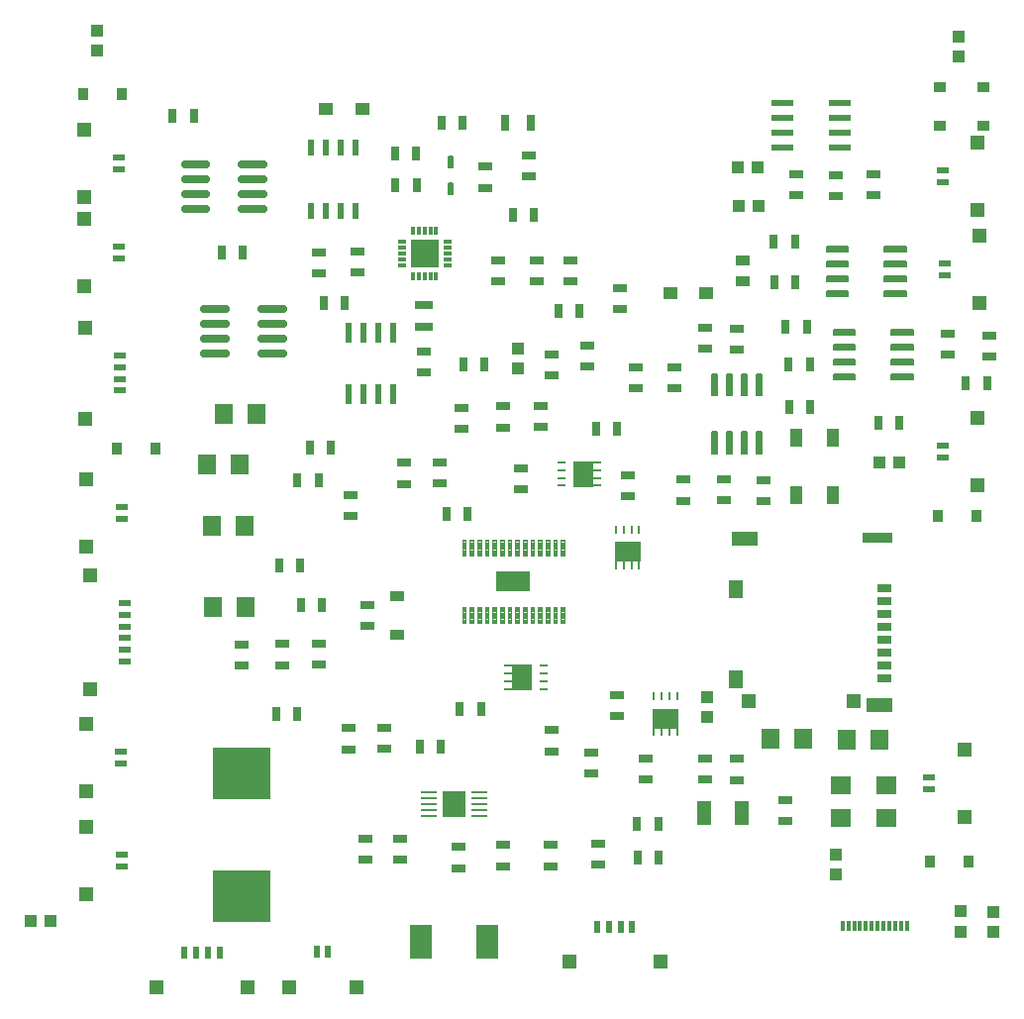
<source format=gbr>
G04 EAGLE Gerber RS-274X export*
G75*
%MOMM*%
%FSLAX34Y34*%
%LPD*%
%INSolderpaste Top*%
%IPPOS*%
%AMOC8*
5,1,8,0,0,1.08239X$1,22.5*%
G01*
%ADD10R,1.200000X0.800000*%
%ADD11R,0.800000X1.200000*%
%ADD12R,1.100000X1.000000*%
%ADD13R,1.600000X1.800000*%
%ADD14R,1.800000X1.600000*%
%ADD15R,1.200000X2.000000*%
%ADD16R,0.812800X1.041400*%
%ADD17R,1.041400X0.812800*%
%ADD18R,1.000000X1.500000*%
%ADD19R,1.220000X0.910000*%
%ADD20R,1.000000X0.550000*%
%ADD21R,1.300000X1.260000*%
%ADD22R,1.240000X0.800000*%
%ADD23R,2.500000X0.950000*%
%ADD24R,2.200000X1.150000*%
%ADD25R,1.250000X1.160000*%
%ADD26R,1.200000X1.160000*%
%ADD27R,1.150000X1.500000*%
%ADD28R,5.000000X4.500000*%
%ADD29R,0.635000X0.254000*%
%ADD30R,1.701800X2.260600*%
%ADD31R,0.254000X0.635000*%
%ADD32R,2.260600X1.701800*%
%ADD33R,1.000000X1.100000*%
%ADD34R,3.000000X1.730000*%
%ADD35C,0.102500*%
%ADD36C,0.700000*%
%ADD37R,1.397000X0.279400*%
%ADD38R,0.350000X0.890000*%
%ADD39R,0.550000X1.000000*%
%ADD40R,1.260000X1.300000*%
%ADD41R,1.981200X0.558800*%
%ADD42R,1.955800X2.997200*%
%ADD43R,0.990600X0.558800*%
%ADD44R,1.270000X1.295400*%
%ADD45R,0.787400X0.304800*%
%ADD46R,0.304800X0.787400*%
%ADD47R,2.438400X2.438400*%
%ADD48R,1.524000X0.711200*%
%ADD49R,0.558800X1.651000*%
%ADD50C,0.130000*%
%ADD51R,0.711200X1.447800*%
%ADD52R,0.558800X1.460500*%
%ADD53R,1.143000X1.092200*%
%ADD54C,0.150000*%

G36*
X403354Y192280D02*
X403354Y192280D01*
X403356Y192279D01*
X403399Y192299D01*
X403443Y192317D01*
X403443Y192319D01*
X403445Y192320D01*
X403478Y192405D01*
X403478Y213995D01*
X403478Y213996D01*
X403478Y213998D01*
X403478Y213999D01*
X403458Y214042D01*
X403440Y214086D01*
X403438Y214086D01*
X403437Y214088D01*
X403352Y214121D01*
X384048Y214121D01*
X384046Y214120D01*
X384044Y214121D01*
X384001Y214101D01*
X383957Y214083D01*
X383957Y214081D01*
X383955Y214080D01*
X383922Y213995D01*
X383922Y192405D01*
X383923Y192403D01*
X383922Y192401D01*
X383942Y192358D01*
X383960Y192314D01*
X383962Y192314D01*
X383963Y192312D01*
X384048Y192279D01*
X403352Y192279D01*
X403354Y192280D01*
G37*
D10*
X399796Y524146D03*
X399796Y542146D03*
D11*
X550816Y157226D03*
X568816Y157226D03*
D10*
X317706Y173378D03*
X317706Y155378D03*
X435610Y525162D03*
X435610Y543162D03*
X542798Y484488D03*
X542798Y466488D03*
D11*
X288494Y507854D03*
X270494Y507854D03*
D10*
X381508Y477156D03*
X381508Y495156D03*
X334010Y268334D03*
X334010Y250334D03*
X533146Y278274D03*
X533146Y296274D03*
X303276Y268080D03*
X303276Y250080D03*
X468122Y525670D03*
X468122Y543670D03*
D11*
X515256Y524256D03*
X533256Y524256D03*
X398892Y284226D03*
X416892Y284226D03*
X405240Y451612D03*
X387240Y451612D03*
D10*
X319436Y355490D03*
X319436Y373490D03*
X278638Y340216D03*
X278638Y322216D03*
X212598Y321454D03*
X212598Y339454D03*
D11*
X153158Y791824D03*
X171158Y791824D03*
D12*
X774712Y495132D03*
X757712Y495132D03*
D13*
X225328Y537210D03*
X197328Y537210D03*
X210850Y493268D03*
X182850Y493268D03*
X214914Y440944D03*
X186914Y440944D03*
X187422Y371856D03*
X215422Y371856D03*
D14*
X724690Y219068D03*
X724690Y191068D03*
X763434Y219522D03*
X763434Y191522D03*
D13*
X729204Y258064D03*
X757204Y258064D03*
X692180Y258826D03*
X664180Y258826D03*
D10*
X436008Y168102D03*
X436008Y150102D03*
D15*
X607874Y195678D03*
X639874Y195678D03*
D10*
X517324Y151418D03*
X517324Y169418D03*
D11*
X382380Y252476D03*
X364380Y252476D03*
D10*
X608402Y242214D03*
X608402Y224214D03*
D16*
X76546Y810270D03*
X109566Y810270D03*
X105918Y507492D03*
X138938Y507492D03*
X833628Y154432D03*
X800608Y154432D03*
X840832Y449552D03*
X807812Y449552D03*
D17*
X808700Y816010D03*
X808700Y782990D03*
X846400Y816110D03*
X846400Y783090D03*
D18*
X718034Y516758D03*
X718034Y467758D03*
X686034Y516758D03*
X686034Y467758D03*
D19*
X344942Y381011D03*
X344942Y348261D03*
D20*
X107184Y755936D03*
X107184Y745936D03*
D21*
X77284Y779686D03*
X77284Y722136D03*
D20*
X109462Y457400D03*
X109462Y447400D03*
D21*
X79562Y481150D03*
X79562Y423600D03*
D22*
X762017Y387907D03*
X762017Y376907D03*
X762017Y365907D03*
X762017Y354907D03*
X762017Y343907D03*
X762017Y332907D03*
X762017Y321907D03*
X762017Y310907D03*
D23*
X755717Y431357D03*
D24*
X757217Y287457D03*
D25*
X735717Y291507D03*
D26*
X645717Y291507D03*
D24*
X642417Y430357D03*
D27*
X634467Y387307D03*
X634467Y309507D03*
D20*
X109414Y160204D03*
X109414Y150204D03*
D21*
X79514Y183954D03*
X79514Y126404D03*
D20*
X800100Y215900D03*
X800100Y225900D03*
D21*
X830000Y192150D03*
X830000Y249700D03*
D20*
X811700Y499900D03*
X811700Y509900D03*
D21*
X841600Y476150D03*
X841600Y533700D03*
D20*
X811700Y735200D03*
X811700Y745200D03*
D21*
X841600Y711450D03*
X841600Y769000D03*
D20*
X108200Y586732D03*
X108200Y576732D03*
X108200Y566732D03*
X108200Y556732D03*
D21*
X78300Y610482D03*
X78300Y532932D03*
D28*
X211808Y229682D03*
X211808Y124682D03*
D29*
X485648Y488950D03*
X485648Y482092D03*
X485648Y495300D03*
X485648Y475488D03*
X516128Y488696D03*
X516128Y482092D03*
X516128Y495300D03*
X516128Y475488D03*
D30*
X504698Y485394D03*
D31*
X545788Y437796D03*
X538930Y437796D03*
X552138Y437796D03*
X532326Y437796D03*
X545534Y407316D03*
X538930Y407316D03*
X552138Y407316D03*
X532326Y407316D03*
D32*
X542232Y418746D03*
D31*
X578152Y295102D03*
X571294Y295102D03*
X584502Y295102D03*
X564690Y295102D03*
X577898Y264622D03*
X571294Y264622D03*
X584502Y264622D03*
X564690Y264622D03*
D32*
X574596Y276052D03*
D29*
X470662Y308102D03*
X470662Y314960D03*
X470662Y301752D03*
X470662Y321564D03*
X440182Y308356D03*
X440182Y314960D03*
X440182Y301752D03*
X440182Y321564D03*
D30*
X451612Y311658D03*
D10*
X451104Y472584D03*
X451104Y490584D03*
X305054Y449216D03*
X305054Y467216D03*
D11*
X244492Y407416D03*
X262492Y407416D03*
X263034Y373126D03*
X281034Y373126D03*
D10*
X246888Y321962D03*
X246888Y339962D03*
X557298Y224472D03*
X557298Y242472D03*
D11*
X241444Y280670D03*
X259444Y280670D03*
D10*
X477266Y266302D03*
X477266Y248302D03*
D33*
X609958Y294592D03*
X609958Y277592D03*
D10*
X635376Y241860D03*
X635376Y223860D03*
X677234Y188552D03*
X677234Y206552D03*
D33*
X719884Y159902D03*
X719884Y142902D03*
X827278Y111370D03*
X827278Y94370D03*
D10*
X511158Y247452D03*
X511158Y229452D03*
X351282Y476902D03*
X351282Y494902D03*
X347946Y155608D03*
X347946Y173608D03*
D11*
X550308Y185928D03*
X568308Y185928D03*
D10*
X476342Y168180D03*
X476342Y150180D03*
X397540Y148502D03*
X397540Y166502D03*
D12*
X48971Y103547D03*
X31971Y103547D03*
D33*
X855218Y110862D03*
X855218Y93862D03*
X825500Y842400D03*
X825500Y859400D03*
X88646Y847226D03*
X88646Y864226D03*
D34*
X444500Y393700D03*
D35*
X485212Y415462D02*
X485212Y429238D01*
X488288Y429238D01*
X488288Y415462D01*
X485212Y415462D01*
X485212Y416436D02*
X488288Y416436D01*
X488288Y417410D02*
X485212Y417410D01*
X485212Y418384D02*
X488288Y418384D01*
X488288Y419358D02*
X485212Y419358D01*
X485212Y420332D02*
X488288Y420332D01*
X488288Y421306D02*
X485212Y421306D01*
X485212Y422280D02*
X488288Y422280D01*
X488288Y423254D02*
X485212Y423254D01*
X485212Y424228D02*
X488288Y424228D01*
X488288Y425202D02*
X485212Y425202D01*
X485212Y426176D02*
X488288Y426176D01*
X488288Y427150D02*
X485212Y427150D01*
X485212Y428124D02*
X488288Y428124D01*
X488288Y429098D02*
X485212Y429098D01*
X478712Y429238D02*
X478712Y415462D01*
X478712Y429238D02*
X481788Y429238D01*
X481788Y415462D01*
X478712Y415462D01*
X478712Y416436D02*
X481788Y416436D01*
X481788Y417410D02*
X478712Y417410D01*
X478712Y418384D02*
X481788Y418384D01*
X481788Y419358D02*
X478712Y419358D01*
X478712Y420332D02*
X481788Y420332D01*
X481788Y421306D02*
X478712Y421306D01*
X478712Y422280D02*
X481788Y422280D01*
X481788Y423254D02*
X478712Y423254D01*
X478712Y424228D02*
X481788Y424228D01*
X481788Y425202D02*
X478712Y425202D01*
X478712Y426176D02*
X481788Y426176D01*
X481788Y427150D02*
X478712Y427150D01*
X478712Y428124D02*
X481788Y428124D01*
X481788Y429098D02*
X478712Y429098D01*
X472212Y429238D02*
X472212Y415462D01*
X472212Y429238D02*
X475288Y429238D01*
X475288Y415462D01*
X472212Y415462D01*
X472212Y416436D02*
X475288Y416436D01*
X475288Y417410D02*
X472212Y417410D01*
X472212Y418384D02*
X475288Y418384D01*
X475288Y419358D02*
X472212Y419358D01*
X472212Y420332D02*
X475288Y420332D01*
X475288Y421306D02*
X472212Y421306D01*
X472212Y422280D02*
X475288Y422280D01*
X475288Y423254D02*
X472212Y423254D01*
X472212Y424228D02*
X475288Y424228D01*
X475288Y425202D02*
X472212Y425202D01*
X472212Y426176D02*
X475288Y426176D01*
X475288Y427150D02*
X472212Y427150D01*
X472212Y428124D02*
X475288Y428124D01*
X475288Y429098D02*
X472212Y429098D01*
X465712Y429238D02*
X465712Y415462D01*
X465712Y429238D02*
X468788Y429238D01*
X468788Y415462D01*
X465712Y415462D01*
X465712Y416436D02*
X468788Y416436D01*
X468788Y417410D02*
X465712Y417410D01*
X465712Y418384D02*
X468788Y418384D01*
X468788Y419358D02*
X465712Y419358D01*
X465712Y420332D02*
X468788Y420332D01*
X468788Y421306D02*
X465712Y421306D01*
X465712Y422280D02*
X468788Y422280D01*
X468788Y423254D02*
X465712Y423254D01*
X465712Y424228D02*
X468788Y424228D01*
X468788Y425202D02*
X465712Y425202D01*
X465712Y426176D02*
X468788Y426176D01*
X468788Y427150D02*
X465712Y427150D01*
X465712Y428124D02*
X468788Y428124D01*
X468788Y429098D02*
X465712Y429098D01*
X459212Y429238D02*
X459212Y415462D01*
X459212Y429238D02*
X462288Y429238D01*
X462288Y415462D01*
X459212Y415462D01*
X459212Y416436D02*
X462288Y416436D01*
X462288Y417410D02*
X459212Y417410D01*
X459212Y418384D02*
X462288Y418384D01*
X462288Y419358D02*
X459212Y419358D01*
X459212Y420332D02*
X462288Y420332D01*
X462288Y421306D02*
X459212Y421306D01*
X459212Y422280D02*
X462288Y422280D01*
X462288Y423254D02*
X459212Y423254D01*
X459212Y424228D02*
X462288Y424228D01*
X462288Y425202D02*
X459212Y425202D01*
X459212Y426176D02*
X462288Y426176D01*
X462288Y427150D02*
X459212Y427150D01*
X459212Y428124D02*
X462288Y428124D01*
X462288Y429098D02*
X459212Y429098D01*
X452712Y429238D02*
X452712Y415462D01*
X452712Y429238D02*
X455788Y429238D01*
X455788Y415462D01*
X452712Y415462D01*
X452712Y416436D02*
X455788Y416436D01*
X455788Y417410D02*
X452712Y417410D01*
X452712Y418384D02*
X455788Y418384D01*
X455788Y419358D02*
X452712Y419358D01*
X452712Y420332D02*
X455788Y420332D01*
X455788Y421306D02*
X452712Y421306D01*
X452712Y422280D02*
X455788Y422280D01*
X455788Y423254D02*
X452712Y423254D01*
X452712Y424228D02*
X455788Y424228D01*
X455788Y425202D02*
X452712Y425202D01*
X452712Y426176D02*
X455788Y426176D01*
X455788Y427150D02*
X452712Y427150D01*
X452712Y428124D02*
X455788Y428124D01*
X455788Y429098D02*
X452712Y429098D01*
X446212Y429238D02*
X446212Y415462D01*
X446212Y429238D02*
X449288Y429238D01*
X449288Y415462D01*
X446212Y415462D01*
X446212Y416436D02*
X449288Y416436D01*
X449288Y417410D02*
X446212Y417410D01*
X446212Y418384D02*
X449288Y418384D01*
X449288Y419358D02*
X446212Y419358D01*
X446212Y420332D02*
X449288Y420332D01*
X449288Y421306D02*
X446212Y421306D01*
X446212Y422280D02*
X449288Y422280D01*
X449288Y423254D02*
X446212Y423254D01*
X446212Y424228D02*
X449288Y424228D01*
X449288Y425202D02*
X446212Y425202D01*
X446212Y426176D02*
X449288Y426176D01*
X449288Y427150D02*
X446212Y427150D01*
X446212Y428124D02*
X449288Y428124D01*
X449288Y429098D02*
X446212Y429098D01*
X439712Y429238D02*
X439712Y415462D01*
X439712Y429238D02*
X442788Y429238D01*
X442788Y415462D01*
X439712Y415462D01*
X439712Y416436D02*
X442788Y416436D01*
X442788Y417410D02*
X439712Y417410D01*
X439712Y418384D02*
X442788Y418384D01*
X442788Y419358D02*
X439712Y419358D01*
X439712Y420332D02*
X442788Y420332D01*
X442788Y421306D02*
X439712Y421306D01*
X439712Y422280D02*
X442788Y422280D01*
X442788Y423254D02*
X439712Y423254D01*
X439712Y424228D02*
X442788Y424228D01*
X442788Y425202D02*
X439712Y425202D01*
X439712Y426176D02*
X442788Y426176D01*
X442788Y427150D02*
X439712Y427150D01*
X439712Y428124D02*
X442788Y428124D01*
X442788Y429098D02*
X439712Y429098D01*
X433212Y429238D02*
X433212Y415462D01*
X433212Y429238D02*
X436288Y429238D01*
X436288Y415462D01*
X433212Y415462D01*
X433212Y416436D02*
X436288Y416436D01*
X436288Y417410D02*
X433212Y417410D01*
X433212Y418384D02*
X436288Y418384D01*
X436288Y419358D02*
X433212Y419358D01*
X433212Y420332D02*
X436288Y420332D01*
X436288Y421306D02*
X433212Y421306D01*
X433212Y422280D02*
X436288Y422280D01*
X436288Y423254D02*
X433212Y423254D01*
X433212Y424228D02*
X436288Y424228D01*
X436288Y425202D02*
X433212Y425202D01*
X433212Y426176D02*
X436288Y426176D01*
X436288Y427150D02*
X433212Y427150D01*
X433212Y428124D02*
X436288Y428124D01*
X436288Y429098D02*
X433212Y429098D01*
X426712Y429238D02*
X426712Y415462D01*
X426712Y429238D02*
X429788Y429238D01*
X429788Y415462D01*
X426712Y415462D01*
X426712Y416436D02*
X429788Y416436D01*
X429788Y417410D02*
X426712Y417410D01*
X426712Y418384D02*
X429788Y418384D01*
X429788Y419358D02*
X426712Y419358D01*
X426712Y420332D02*
X429788Y420332D01*
X429788Y421306D02*
X426712Y421306D01*
X426712Y422280D02*
X429788Y422280D01*
X429788Y423254D02*
X426712Y423254D01*
X426712Y424228D02*
X429788Y424228D01*
X429788Y425202D02*
X426712Y425202D01*
X426712Y426176D02*
X429788Y426176D01*
X429788Y427150D02*
X426712Y427150D01*
X426712Y428124D02*
X429788Y428124D01*
X429788Y429098D02*
X426712Y429098D01*
X420212Y429238D02*
X420212Y415462D01*
X420212Y429238D02*
X423288Y429238D01*
X423288Y415462D01*
X420212Y415462D01*
X420212Y416436D02*
X423288Y416436D01*
X423288Y417410D02*
X420212Y417410D01*
X420212Y418384D02*
X423288Y418384D01*
X423288Y419358D02*
X420212Y419358D01*
X420212Y420332D02*
X423288Y420332D01*
X423288Y421306D02*
X420212Y421306D01*
X420212Y422280D02*
X423288Y422280D01*
X423288Y423254D02*
X420212Y423254D01*
X420212Y424228D02*
X423288Y424228D01*
X423288Y425202D02*
X420212Y425202D01*
X420212Y426176D02*
X423288Y426176D01*
X423288Y427150D02*
X420212Y427150D01*
X420212Y428124D02*
X423288Y428124D01*
X423288Y429098D02*
X420212Y429098D01*
X413712Y429238D02*
X413712Y415462D01*
X413712Y429238D02*
X416788Y429238D01*
X416788Y415462D01*
X413712Y415462D01*
X413712Y416436D02*
X416788Y416436D01*
X416788Y417410D02*
X413712Y417410D01*
X413712Y418384D02*
X416788Y418384D01*
X416788Y419358D02*
X413712Y419358D01*
X413712Y420332D02*
X416788Y420332D01*
X416788Y421306D02*
X413712Y421306D01*
X413712Y422280D02*
X416788Y422280D01*
X416788Y423254D02*
X413712Y423254D01*
X413712Y424228D02*
X416788Y424228D01*
X416788Y425202D02*
X413712Y425202D01*
X413712Y426176D02*
X416788Y426176D01*
X416788Y427150D02*
X413712Y427150D01*
X413712Y428124D02*
X416788Y428124D01*
X416788Y429098D02*
X413712Y429098D01*
X407212Y429238D02*
X407212Y415462D01*
X407212Y429238D02*
X410288Y429238D01*
X410288Y415462D01*
X407212Y415462D01*
X407212Y416436D02*
X410288Y416436D01*
X410288Y417410D02*
X407212Y417410D01*
X407212Y418384D02*
X410288Y418384D01*
X410288Y419358D02*
X407212Y419358D01*
X407212Y420332D02*
X410288Y420332D01*
X410288Y421306D02*
X407212Y421306D01*
X407212Y422280D02*
X410288Y422280D01*
X410288Y423254D02*
X407212Y423254D01*
X407212Y424228D02*
X410288Y424228D01*
X410288Y425202D02*
X407212Y425202D01*
X407212Y426176D02*
X410288Y426176D01*
X410288Y427150D02*
X407212Y427150D01*
X407212Y428124D02*
X410288Y428124D01*
X410288Y429098D02*
X407212Y429098D01*
X400712Y429238D02*
X400712Y415462D01*
X400712Y429238D02*
X403788Y429238D01*
X403788Y415462D01*
X400712Y415462D01*
X400712Y416436D02*
X403788Y416436D01*
X403788Y417410D02*
X400712Y417410D01*
X400712Y418384D02*
X403788Y418384D01*
X403788Y419358D02*
X400712Y419358D01*
X400712Y420332D02*
X403788Y420332D01*
X403788Y421306D02*
X400712Y421306D01*
X400712Y422280D02*
X403788Y422280D01*
X403788Y423254D02*
X400712Y423254D01*
X400712Y424228D02*
X403788Y424228D01*
X403788Y425202D02*
X400712Y425202D01*
X400712Y426176D02*
X403788Y426176D01*
X403788Y427150D02*
X400712Y427150D01*
X400712Y428124D02*
X403788Y428124D01*
X403788Y429098D02*
X400712Y429098D01*
X400712Y371938D02*
X400712Y358162D01*
X400712Y371938D02*
X403788Y371938D01*
X403788Y358162D01*
X400712Y358162D01*
X400712Y359136D02*
X403788Y359136D01*
X403788Y360110D02*
X400712Y360110D01*
X400712Y361084D02*
X403788Y361084D01*
X403788Y362058D02*
X400712Y362058D01*
X400712Y363032D02*
X403788Y363032D01*
X403788Y364006D02*
X400712Y364006D01*
X400712Y364980D02*
X403788Y364980D01*
X403788Y365954D02*
X400712Y365954D01*
X400712Y366928D02*
X403788Y366928D01*
X403788Y367902D02*
X400712Y367902D01*
X400712Y368876D02*
X403788Y368876D01*
X403788Y369850D02*
X400712Y369850D01*
X400712Y370824D02*
X403788Y370824D01*
X403788Y371798D02*
X400712Y371798D01*
X407212Y371938D02*
X407212Y358162D01*
X407212Y371938D02*
X410288Y371938D01*
X410288Y358162D01*
X407212Y358162D01*
X407212Y359136D02*
X410288Y359136D01*
X410288Y360110D02*
X407212Y360110D01*
X407212Y361084D02*
X410288Y361084D01*
X410288Y362058D02*
X407212Y362058D01*
X407212Y363032D02*
X410288Y363032D01*
X410288Y364006D02*
X407212Y364006D01*
X407212Y364980D02*
X410288Y364980D01*
X410288Y365954D02*
X407212Y365954D01*
X407212Y366928D02*
X410288Y366928D01*
X410288Y367902D02*
X407212Y367902D01*
X407212Y368876D02*
X410288Y368876D01*
X410288Y369850D02*
X407212Y369850D01*
X407212Y370824D02*
X410288Y370824D01*
X410288Y371798D02*
X407212Y371798D01*
X413712Y371938D02*
X413712Y358162D01*
X413712Y371938D02*
X416788Y371938D01*
X416788Y358162D01*
X413712Y358162D01*
X413712Y359136D02*
X416788Y359136D01*
X416788Y360110D02*
X413712Y360110D01*
X413712Y361084D02*
X416788Y361084D01*
X416788Y362058D02*
X413712Y362058D01*
X413712Y363032D02*
X416788Y363032D01*
X416788Y364006D02*
X413712Y364006D01*
X413712Y364980D02*
X416788Y364980D01*
X416788Y365954D02*
X413712Y365954D01*
X413712Y366928D02*
X416788Y366928D01*
X416788Y367902D02*
X413712Y367902D01*
X413712Y368876D02*
X416788Y368876D01*
X416788Y369850D02*
X413712Y369850D01*
X413712Y370824D02*
X416788Y370824D01*
X416788Y371798D02*
X413712Y371798D01*
X420212Y371938D02*
X420212Y358162D01*
X420212Y371938D02*
X423288Y371938D01*
X423288Y358162D01*
X420212Y358162D01*
X420212Y359136D02*
X423288Y359136D01*
X423288Y360110D02*
X420212Y360110D01*
X420212Y361084D02*
X423288Y361084D01*
X423288Y362058D02*
X420212Y362058D01*
X420212Y363032D02*
X423288Y363032D01*
X423288Y364006D02*
X420212Y364006D01*
X420212Y364980D02*
X423288Y364980D01*
X423288Y365954D02*
X420212Y365954D01*
X420212Y366928D02*
X423288Y366928D01*
X423288Y367902D02*
X420212Y367902D01*
X420212Y368876D02*
X423288Y368876D01*
X423288Y369850D02*
X420212Y369850D01*
X420212Y370824D02*
X423288Y370824D01*
X423288Y371798D02*
X420212Y371798D01*
X426712Y371938D02*
X426712Y358162D01*
X426712Y371938D02*
X429788Y371938D01*
X429788Y358162D01*
X426712Y358162D01*
X426712Y359136D02*
X429788Y359136D01*
X429788Y360110D02*
X426712Y360110D01*
X426712Y361084D02*
X429788Y361084D01*
X429788Y362058D02*
X426712Y362058D01*
X426712Y363032D02*
X429788Y363032D01*
X429788Y364006D02*
X426712Y364006D01*
X426712Y364980D02*
X429788Y364980D01*
X429788Y365954D02*
X426712Y365954D01*
X426712Y366928D02*
X429788Y366928D01*
X429788Y367902D02*
X426712Y367902D01*
X426712Y368876D02*
X429788Y368876D01*
X429788Y369850D02*
X426712Y369850D01*
X426712Y370824D02*
X429788Y370824D01*
X429788Y371798D02*
X426712Y371798D01*
X433212Y371938D02*
X433212Y358162D01*
X433212Y371938D02*
X436288Y371938D01*
X436288Y358162D01*
X433212Y358162D01*
X433212Y359136D02*
X436288Y359136D01*
X436288Y360110D02*
X433212Y360110D01*
X433212Y361084D02*
X436288Y361084D01*
X436288Y362058D02*
X433212Y362058D01*
X433212Y363032D02*
X436288Y363032D01*
X436288Y364006D02*
X433212Y364006D01*
X433212Y364980D02*
X436288Y364980D01*
X436288Y365954D02*
X433212Y365954D01*
X433212Y366928D02*
X436288Y366928D01*
X436288Y367902D02*
X433212Y367902D01*
X433212Y368876D02*
X436288Y368876D01*
X436288Y369850D02*
X433212Y369850D01*
X433212Y370824D02*
X436288Y370824D01*
X436288Y371798D02*
X433212Y371798D01*
X439712Y371938D02*
X439712Y358162D01*
X439712Y371938D02*
X442788Y371938D01*
X442788Y358162D01*
X439712Y358162D01*
X439712Y359136D02*
X442788Y359136D01*
X442788Y360110D02*
X439712Y360110D01*
X439712Y361084D02*
X442788Y361084D01*
X442788Y362058D02*
X439712Y362058D01*
X439712Y363032D02*
X442788Y363032D01*
X442788Y364006D02*
X439712Y364006D01*
X439712Y364980D02*
X442788Y364980D01*
X442788Y365954D02*
X439712Y365954D01*
X439712Y366928D02*
X442788Y366928D01*
X442788Y367902D02*
X439712Y367902D01*
X439712Y368876D02*
X442788Y368876D01*
X442788Y369850D02*
X439712Y369850D01*
X439712Y370824D02*
X442788Y370824D01*
X442788Y371798D02*
X439712Y371798D01*
X446212Y371938D02*
X446212Y358162D01*
X446212Y371938D02*
X449288Y371938D01*
X449288Y358162D01*
X446212Y358162D01*
X446212Y359136D02*
X449288Y359136D01*
X449288Y360110D02*
X446212Y360110D01*
X446212Y361084D02*
X449288Y361084D01*
X449288Y362058D02*
X446212Y362058D01*
X446212Y363032D02*
X449288Y363032D01*
X449288Y364006D02*
X446212Y364006D01*
X446212Y364980D02*
X449288Y364980D01*
X449288Y365954D02*
X446212Y365954D01*
X446212Y366928D02*
X449288Y366928D01*
X449288Y367902D02*
X446212Y367902D01*
X446212Y368876D02*
X449288Y368876D01*
X449288Y369850D02*
X446212Y369850D01*
X446212Y370824D02*
X449288Y370824D01*
X449288Y371798D02*
X446212Y371798D01*
X452712Y371938D02*
X452712Y358162D01*
X452712Y371938D02*
X455788Y371938D01*
X455788Y358162D01*
X452712Y358162D01*
X452712Y359136D02*
X455788Y359136D01*
X455788Y360110D02*
X452712Y360110D01*
X452712Y361084D02*
X455788Y361084D01*
X455788Y362058D02*
X452712Y362058D01*
X452712Y363032D02*
X455788Y363032D01*
X455788Y364006D02*
X452712Y364006D01*
X452712Y364980D02*
X455788Y364980D01*
X455788Y365954D02*
X452712Y365954D01*
X452712Y366928D02*
X455788Y366928D01*
X455788Y367902D02*
X452712Y367902D01*
X452712Y368876D02*
X455788Y368876D01*
X455788Y369850D02*
X452712Y369850D01*
X452712Y370824D02*
X455788Y370824D01*
X455788Y371798D02*
X452712Y371798D01*
X459212Y371938D02*
X459212Y358162D01*
X459212Y371938D02*
X462288Y371938D01*
X462288Y358162D01*
X459212Y358162D01*
X459212Y359136D02*
X462288Y359136D01*
X462288Y360110D02*
X459212Y360110D01*
X459212Y361084D02*
X462288Y361084D01*
X462288Y362058D02*
X459212Y362058D01*
X459212Y363032D02*
X462288Y363032D01*
X462288Y364006D02*
X459212Y364006D01*
X459212Y364980D02*
X462288Y364980D01*
X462288Y365954D02*
X459212Y365954D01*
X459212Y366928D02*
X462288Y366928D01*
X462288Y367902D02*
X459212Y367902D01*
X459212Y368876D02*
X462288Y368876D01*
X462288Y369850D02*
X459212Y369850D01*
X459212Y370824D02*
X462288Y370824D01*
X462288Y371798D02*
X459212Y371798D01*
X465712Y371938D02*
X465712Y358162D01*
X465712Y371938D02*
X468788Y371938D01*
X468788Y358162D01*
X465712Y358162D01*
X465712Y359136D02*
X468788Y359136D01*
X468788Y360110D02*
X465712Y360110D01*
X465712Y361084D02*
X468788Y361084D01*
X468788Y362058D02*
X465712Y362058D01*
X465712Y363032D02*
X468788Y363032D01*
X468788Y364006D02*
X465712Y364006D01*
X465712Y364980D02*
X468788Y364980D01*
X468788Y365954D02*
X465712Y365954D01*
X465712Y366928D02*
X468788Y366928D01*
X468788Y367902D02*
X465712Y367902D01*
X465712Y368876D02*
X468788Y368876D01*
X468788Y369850D02*
X465712Y369850D01*
X465712Y370824D02*
X468788Y370824D01*
X468788Y371798D02*
X465712Y371798D01*
X472212Y371938D02*
X472212Y358162D01*
X472212Y371938D02*
X475288Y371938D01*
X475288Y358162D01*
X472212Y358162D01*
X472212Y359136D02*
X475288Y359136D01*
X475288Y360110D02*
X472212Y360110D01*
X472212Y361084D02*
X475288Y361084D01*
X475288Y362058D02*
X472212Y362058D01*
X472212Y363032D02*
X475288Y363032D01*
X475288Y364006D02*
X472212Y364006D01*
X472212Y364980D02*
X475288Y364980D01*
X475288Y365954D02*
X472212Y365954D01*
X472212Y366928D02*
X475288Y366928D01*
X475288Y367902D02*
X472212Y367902D01*
X472212Y368876D02*
X475288Y368876D01*
X475288Y369850D02*
X472212Y369850D01*
X472212Y370824D02*
X475288Y370824D01*
X475288Y371798D02*
X472212Y371798D01*
X478712Y371938D02*
X478712Y358162D01*
X478712Y371938D02*
X481788Y371938D01*
X481788Y358162D01*
X478712Y358162D01*
X478712Y359136D02*
X481788Y359136D01*
X481788Y360110D02*
X478712Y360110D01*
X478712Y361084D02*
X481788Y361084D01*
X481788Y362058D02*
X478712Y362058D01*
X478712Y363032D02*
X481788Y363032D01*
X481788Y364006D02*
X478712Y364006D01*
X478712Y364980D02*
X481788Y364980D01*
X481788Y365954D02*
X478712Y365954D01*
X478712Y366928D02*
X481788Y366928D01*
X481788Y367902D02*
X478712Y367902D01*
X478712Y368876D02*
X481788Y368876D01*
X481788Y369850D02*
X478712Y369850D01*
X478712Y370824D02*
X481788Y370824D01*
X481788Y371798D02*
X478712Y371798D01*
X485212Y371938D02*
X485212Y358162D01*
X485212Y371938D02*
X488288Y371938D01*
X488288Y358162D01*
X485212Y358162D01*
X485212Y359136D02*
X488288Y359136D01*
X488288Y360110D02*
X485212Y360110D01*
X485212Y361084D02*
X488288Y361084D01*
X488288Y362058D02*
X485212Y362058D01*
X485212Y363032D02*
X488288Y363032D01*
X488288Y364006D02*
X485212Y364006D01*
X485212Y364980D02*
X488288Y364980D01*
X488288Y365954D02*
X485212Y365954D01*
X485212Y366928D02*
X488288Y366928D01*
X488288Y367902D02*
X485212Y367902D01*
X485212Y368876D02*
X488288Y368876D01*
X488288Y369850D02*
X485212Y369850D01*
X485212Y370824D02*
X488288Y370824D01*
X488288Y371798D02*
X485212Y371798D01*
D36*
X181604Y749808D02*
X163604Y749808D01*
X163604Y737108D02*
X181604Y737108D01*
X181604Y724408D02*
X163604Y724408D01*
X163604Y711708D02*
X181604Y711708D01*
X212604Y749808D02*
X230604Y749808D01*
X230604Y737108D02*
X212604Y737108D01*
X212604Y724408D02*
X230604Y724408D01*
X230604Y711708D02*
X212604Y711708D01*
D37*
X371856Y213208D03*
X371856Y208204D03*
X371856Y203200D03*
X371856Y198196D03*
X371856Y193192D03*
X415544Y193192D03*
X415544Y198196D03*
X415544Y203200D03*
X415544Y208204D03*
X415544Y213208D03*
D38*
X725932Y99060D03*
X730932Y99060D03*
X735932Y99060D03*
X740932Y99060D03*
X745932Y99060D03*
X750932Y99060D03*
X755932Y99060D03*
X760932Y99060D03*
X765932Y99060D03*
X770932Y99060D03*
X775932Y99060D03*
X780932Y99060D03*
D39*
X163216Y76630D03*
X173216Y76630D03*
X183216Y76630D03*
X193216Y76630D03*
D40*
X139466Y46730D03*
X217016Y46730D03*
D41*
X674214Y802538D03*
X674214Y789838D03*
X674214Y777138D03*
X674214Y764438D03*
X723490Y764438D03*
X723490Y777138D03*
X723490Y789838D03*
X723490Y802538D03*
D12*
X636366Y747970D03*
X653366Y747970D03*
X654440Y714582D03*
X637440Y714582D03*
D42*
X422204Y85344D03*
X365704Y85344D03*
D20*
X109176Y247930D03*
X109176Y237930D03*
D21*
X79276Y271680D03*
X79276Y214130D03*
D20*
X107538Y679670D03*
X107538Y669670D03*
D21*
X77638Y703420D03*
X77638Y645870D03*
D39*
X276208Y76800D03*
X286208Y76800D03*
D40*
X252458Y46900D03*
X310008Y46900D03*
D20*
X813254Y655537D03*
X813254Y665537D03*
D21*
X843154Y631787D03*
X843154Y689337D03*
D39*
X516128Y98548D03*
X526128Y98548D03*
X536128Y98548D03*
X546128Y98548D03*
D40*
X492378Y68648D03*
X569928Y68648D03*
D11*
X277932Y480242D03*
X259932Y480242D03*
D43*
X112716Y375144D03*
X112716Y365144D03*
X112716Y355144D03*
X112716Y345144D03*
X112716Y335144D03*
X112716Y325144D03*
D44*
X82816Y301394D03*
X82816Y398894D03*
D11*
X195286Y674624D03*
X213286Y674624D03*
D36*
X198368Y626612D02*
X180368Y626612D01*
X180368Y613912D02*
X198368Y613912D01*
X198368Y601212D02*
X180368Y601212D01*
X180368Y588512D02*
X198368Y588512D01*
X229368Y626612D02*
X247368Y626612D01*
X247368Y613912D02*
X229368Y613912D01*
X229368Y601212D02*
X247368Y601212D01*
X247368Y588512D02*
X229368Y588512D01*
D10*
X589400Y480700D03*
X589400Y462700D03*
X624300Y462800D03*
X624300Y480800D03*
X658400Y462200D03*
X658400Y480200D03*
D45*
X349042Y683906D03*
X349042Y679080D03*
X349042Y674000D03*
X349042Y668920D03*
X349042Y664094D03*
D46*
X358694Y654442D03*
X363520Y654442D03*
X368600Y654442D03*
X373680Y654442D03*
X378506Y654442D03*
D45*
X388158Y664094D03*
X388158Y668920D03*
X388158Y674000D03*
X388158Y679080D03*
X388158Y683906D03*
D46*
X378506Y693558D03*
X373680Y693558D03*
X368600Y693558D03*
X363520Y693558D03*
X358694Y693558D03*
D47*
X368600Y674000D03*
D10*
X368300Y572100D03*
X368300Y590100D03*
D11*
X401900Y579100D03*
X419900Y579100D03*
D48*
X368000Y611100D03*
X368000Y630150D03*
D49*
X341750Y606389D03*
X329050Y606389D03*
X316350Y606389D03*
X303650Y606389D03*
X303650Y553811D03*
X316350Y553811D03*
X329050Y553811D03*
X341750Y553811D03*
D11*
X483100Y624500D03*
X501100Y624500D03*
D10*
X507700Y577600D03*
X507700Y595600D03*
X311100Y657500D03*
X311100Y675500D03*
X278200Y675200D03*
X278200Y657200D03*
D11*
X300100Y631700D03*
X282100Y631700D03*
G36*
X646490Y654189D02*
X646477Y646190D01*
X634478Y646211D01*
X634491Y654210D01*
X646490Y654189D01*
G37*
G36*
X646522Y672189D02*
X646509Y664190D01*
X634510Y664211D01*
X634523Y672210D01*
X646522Y672189D01*
G37*
X343500Y759800D03*
X361500Y759800D03*
D50*
X392850Y733900D02*
X392850Y724900D01*
X388950Y724900D01*
X388950Y733900D01*
X392850Y733900D01*
X392850Y726135D02*
X388950Y726135D01*
X388950Y727370D02*
X392850Y727370D01*
X392850Y728605D02*
X388950Y728605D01*
X388950Y729840D02*
X392850Y729840D01*
X392850Y731075D02*
X388950Y731075D01*
X388950Y732310D02*
X392850Y732310D01*
X392850Y733545D02*
X388950Y733545D01*
X392850Y747900D02*
X392850Y756900D01*
X392850Y747900D02*
X388950Y747900D01*
X388950Y756900D01*
X392850Y756900D01*
X392850Y749135D02*
X388950Y749135D01*
X388950Y750370D02*
X392850Y750370D01*
X392850Y751605D02*
X388950Y751605D01*
X388950Y752840D02*
X392850Y752840D01*
X392850Y754075D02*
X388950Y754075D01*
X388950Y755310D02*
X392850Y755310D01*
X392850Y756545D02*
X388950Y756545D01*
D11*
X361700Y732800D03*
X343700Y732800D03*
D51*
X459649Y785500D03*
X437551Y785500D03*
D10*
X458000Y740000D03*
X458000Y758000D03*
X493500Y668000D03*
X493500Y650000D03*
D11*
X462300Y706600D03*
X444300Y706600D03*
D10*
X431800Y667900D03*
X431800Y649900D03*
X464800Y650000D03*
X464800Y668000D03*
X476900Y587500D03*
X476900Y569500D03*
X536000Y626200D03*
X536000Y644200D03*
D52*
X271750Y710259D03*
X284450Y710259D03*
X297150Y710259D03*
X309850Y710259D03*
X309850Y764742D03*
X297150Y764742D03*
X284450Y764742D03*
X271750Y764742D03*
D53*
X284433Y797400D03*
X315167Y797400D03*
X578833Y639900D03*
X609567Y639900D03*
D33*
X448300Y575400D03*
X448300Y592400D03*
D11*
X401200Y786100D03*
X383200Y786100D03*
D10*
X420400Y730200D03*
X420400Y748200D03*
D11*
X667100Y684300D03*
X685100Y684300D03*
D54*
X712500Y675400D02*
X730700Y675400D01*
X712500Y675400D02*
X712500Y679900D01*
X730700Y679900D01*
X730700Y675400D01*
X730700Y676825D02*
X712500Y676825D01*
X712500Y678250D02*
X730700Y678250D01*
X730700Y679675D02*
X712500Y679675D01*
X712500Y662700D02*
X730700Y662700D01*
X712500Y662700D02*
X712500Y667200D01*
X730700Y667200D01*
X730700Y662700D01*
X730700Y664125D02*
X712500Y664125D01*
X712500Y665550D02*
X730700Y665550D01*
X730700Y666975D02*
X712500Y666975D01*
X712500Y650000D02*
X730700Y650000D01*
X712500Y650000D02*
X712500Y654500D01*
X730700Y654500D01*
X730700Y650000D01*
X730700Y651425D02*
X712500Y651425D01*
X712500Y652850D02*
X730700Y652850D01*
X730700Y654275D02*
X712500Y654275D01*
X712500Y637300D02*
X730700Y637300D01*
X712500Y637300D02*
X712500Y641800D01*
X730700Y641800D01*
X730700Y637300D01*
X730700Y638725D02*
X712500Y638725D01*
X712500Y640150D02*
X730700Y640150D01*
X730700Y641575D02*
X712500Y641575D01*
X761900Y637300D02*
X780100Y637300D01*
X761900Y637300D02*
X761900Y641800D01*
X780100Y641800D01*
X780100Y637300D01*
X780100Y638725D02*
X761900Y638725D01*
X761900Y640150D02*
X780100Y640150D01*
X780100Y641575D02*
X761900Y641575D01*
X761900Y650000D02*
X780100Y650000D01*
X761900Y650000D02*
X761900Y654500D01*
X780100Y654500D01*
X780100Y650000D01*
X780100Y651425D02*
X761900Y651425D01*
X761900Y652850D02*
X780100Y652850D01*
X780100Y654275D02*
X761900Y654275D01*
X761900Y662700D02*
X780100Y662700D01*
X761900Y662700D02*
X761900Y667200D01*
X780100Y667200D01*
X780100Y662700D01*
X780100Y664125D02*
X761900Y664125D01*
X761900Y665550D02*
X780100Y665550D01*
X780100Y666975D02*
X761900Y666975D01*
X761900Y675400D02*
X780100Y675400D01*
X761900Y675400D02*
X761900Y679900D01*
X780100Y679900D01*
X780100Y675400D01*
X780100Y676825D02*
X761900Y676825D01*
X761900Y678250D02*
X780100Y678250D01*
X780100Y679675D02*
X761900Y679675D01*
D11*
X667300Y649300D03*
X685300Y649300D03*
X679800Y578800D03*
X697800Y578800D03*
D54*
X718500Y604600D02*
X736700Y604600D01*
X718500Y604600D02*
X718500Y609100D01*
X736700Y609100D01*
X736700Y604600D01*
X736700Y606025D02*
X718500Y606025D01*
X718500Y607450D02*
X736700Y607450D01*
X736700Y608875D02*
X718500Y608875D01*
X718500Y591900D02*
X736700Y591900D01*
X718500Y591900D02*
X718500Y596400D01*
X736700Y596400D01*
X736700Y591900D01*
X736700Y593325D02*
X718500Y593325D01*
X718500Y594750D02*
X736700Y594750D01*
X736700Y596175D02*
X718500Y596175D01*
X718500Y579200D02*
X736700Y579200D01*
X718500Y579200D02*
X718500Y583700D01*
X736700Y583700D01*
X736700Y579200D01*
X736700Y580625D02*
X718500Y580625D01*
X718500Y582050D02*
X736700Y582050D01*
X736700Y583475D02*
X718500Y583475D01*
X718500Y566500D02*
X736700Y566500D01*
X718500Y566500D02*
X718500Y571000D01*
X736700Y571000D01*
X736700Y566500D01*
X736700Y567925D02*
X718500Y567925D01*
X718500Y569350D02*
X736700Y569350D01*
X736700Y570775D02*
X718500Y570775D01*
X767900Y566500D02*
X786100Y566500D01*
X767900Y566500D02*
X767900Y571000D01*
X786100Y571000D01*
X786100Y566500D01*
X786100Y567925D02*
X767900Y567925D01*
X767900Y569350D02*
X786100Y569350D01*
X786100Y570775D02*
X767900Y570775D01*
X767900Y579200D02*
X786100Y579200D01*
X767900Y579200D02*
X767900Y583700D01*
X786100Y583700D01*
X786100Y579200D01*
X786100Y580625D02*
X767900Y580625D01*
X767900Y582050D02*
X786100Y582050D01*
X786100Y583475D02*
X767900Y583475D01*
X767900Y591900D02*
X786100Y591900D01*
X767900Y591900D02*
X767900Y596400D01*
X786100Y596400D01*
X786100Y591900D01*
X786100Y593325D02*
X767900Y593325D01*
X767900Y594750D02*
X786100Y594750D01*
X786100Y596175D02*
X767900Y596175D01*
X767900Y604600D02*
X786100Y604600D01*
X767900Y604600D02*
X767900Y609100D01*
X786100Y609100D01*
X786100Y604600D01*
X786100Y606025D02*
X767900Y606025D01*
X767900Y607450D02*
X786100Y607450D01*
X786100Y608875D02*
X767900Y608875D01*
D11*
X680600Y542500D03*
X698600Y542500D03*
D54*
X618700Y521400D02*
X618700Y503200D01*
X614200Y503200D01*
X614200Y521400D01*
X618700Y521400D01*
X618700Y504625D02*
X614200Y504625D01*
X614200Y506050D02*
X618700Y506050D01*
X618700Y507475D02*
X614200Y507475D01*
X614200Y508900D02*
X618700Y508900D01*
X618700Y510325D02*
X614200Y510325D01*
X614200Y511750D02*
X618700Y511750D01*
X618700Y513175D02*
X614200Y513175D01*
X614200Y514600D02*
X618700Y514600D01*
X618700Y516025D02*
X614200Y516025D01*
X614200Y517450D02*
X618700Y517450D01*
X618700Y518875D02*
X614200Y518875D01*
X614200Y520300D02*
X618700Y520300D01*
X631400Y521400D02*
X631400Y503200D01*
X626900Y503200D01*
X626900Y521400D01*
X631400Y521400D01*
X631400Y504625D02*
X626900Y504625D01*
X626900Y506050D02*
X631400Y506050D01*
X631400Y507475D02*
X626900Y507475D01*
X626900Y508900D02*
X631400Y508900D01*
X631400Y510325D02*
X626900Y510325D01*
X626900Y511750D02*
X631400Y511750D01*
X631400Y513175D02*
X626900Y513175D01*
X626900Y514600D02*
X631400Y514600D01*
X631400Y516025D02*
X626900Y516025D01*
X626900Y517450D02*
X631400Y517450D01*
X631400Y518875D02*
X626900Y518875D01*
X626900Y520300D02*
X631400Y520300D01*
X644100Y521400D02*
X644100Y503200D01*
X639600Y503200D01*
X639600Y521400D01*
X644100Y521400D01*
X644100Y504625D02*
X639600Y504625D01*
X639600Y506050D02*
X644100Y506050D01*
X644100Y507475D02*
X639600Y507475D01*
X639600Y508900D02*
X644100Y508900D01*
X644100Y510325D02*
X639600Y510325D01*
X639600Y511750D02*
X644100Y511750D01*
X644100Y513175D02*
X639600Y513175D01*
X639600Y514600D02*
X644100Y514600D01*
X644100Y516025D02*
X639600Y516025D01*
X639600Y517450D02*
X644100Y517450D01*
X644100Y518875D02*
X639600Y518875D01*
X639600Y520300D02*
X644100Y520300D01*
X656800Y521400D02*
X656800Y503200D01*
X652300Y503200D01*
X652300Y521400D01*
X656800Y521400D01*
X656800Y504625D02*
X652300Y504625D01*
X652300Y506050D02*
X656800Y506050D01*
X656800Y507475D02*
X652300Y507475D01*
X652300Y508900D02*
X656800Y508900D01*
X656800Y510325D02*
X652300Y510325D01*
X652300Y511750D02*
X656800Y511750D01*
X656800Y513175D02*
X652300Y513175D01*
X652300Y514600D02*
X656800Y514600D01*
X656800Y516025D02*
X652300Y516025D01*
X652300Y517450D02*
X656800Y517450D01*
X656800Y518875D02*
X652300Y518875D01*
X652300Y520300D02*
X656800Y520300D01*
X656800Y552600D02*
X656800Y570800D01*
X656800Y552600D02*
X652300Y552600D01*
X652300Y570800D01*
X656800Y570800D01*
X656800Y554025D02*
X652300Y554025D01*
X652300Y555450D02*
X656800Y555450D01*
X656800Y556875D02*
X652300Y556875D01*
X652300Y558300D02*
X656800Y558300D01*
X656800Y559725D02*
X652300Y559725D01*
X652300Y561150D02*
X656800Y561150D01*
X656800Y562575D02*
X652300Y562575D01*
X652300Y564000D02*
X656800Y564000D01*
X656800Y565425D02*
X652300Y565425D01*
X652300Y566850D02*
X656800Y566850D01*
X656800Y568275D02*
X652300Y568275D01*
X652300Y569700D02*
X656800Y569700D01*
X644100Y570800D02*
X644100Y552600D01*
X639600Y552600D01*
X639600Y570800D01*
X644100Y570800D01*
X644100Y554025D02*
X639600Y554025D01*
X639600Y555450D02*
X644100Y555450D01*
X644100Y556875D02*
X639600Y556875D01*
X639600Y558300D02*
X644100Y558300D01*
X644100Y559725D02*
X639600Y559725D01*
X639600Y561150D02*
X644100Y561150D01*
X644100Y562575D02*
X639600Y562575D01*
X639600Y564000D02*
X644100Y564000D01*
X644100Y565425D02*
X639600Y565425D01*
X639600Y566850D02*
X644100Y566850D01*
X644100Y568275D02*
X639600Y568275D01*
X639600Y569700D02*
X644100Y569700D01*
X631400Y570800D02*
X631400Y552600D01*
X626900Y552600D01*
X626900Y570800D01*
X631400Y570800D01*
X631400Y554025D02*
X626900Y554025D01*
X626900Y555450D02*
X631400Y555450D01*
X631400Y556875D02*
X626900Y556875D01*
X626900Y558300D02*
X631400Y558300D01*
X631400Y559725D02*
X626900Y559725D01*
X626900Y561150D02*
X631400Y561150D01*
X631400Y562575D02*
X626900Y562575D01*
X626900Y564000D02*
X631400Y564000D01*
X631400Y565425D02*
X626900Y565425D01*
X626900Y566850D02*
X631400Y566850D01*
X631400Y568275D02*
X626900Y568275D01*
X626900Y569700D02*
X631400Y569700D01*
X618700Y570800D02*
X618700Y552600D01*
X614200Y552600D01*
X614200Y570800D01*
X618700Y570800D01*
X618700Y554025D02*
X614200Y554025D01*
X614200Y555450D02*
X618700Y555450D01*
X618700Y556875D02*
X614200Y556875D01*
X614200Y558300D02*
X618700Y558300D01*
X618700Y559725D02*
X614200Y559725D01*
X614200Y561150D02*
X618700Y561150D01*
X618700Y562575D02*
X614200Y562575D01*
X614200Y564000D02*
X618700Y564000D01*
X618700Y565425D02*
X614200Y565425D01*
X614200Y566850D02*
X618700Y566850D01*
X618700Y568275D02*
X614200Y568275D01*
X614200Y569700D02*
X618700Y569700D01*
D11*
X695300Y611000D03*
X677300Y611000D03*
D10*
X582100Y559000D03*
X582100Y577000D03*
X635600Y610000D03*
X635600Y592000D03*
X548900Y558500D03*
X548900Y576500D03*
X608200Y592300D03*
X608200Y610300D03*
X752000Y723700D03*
X752000Y741700D03*
X686200Y724000D03*
X686200Y742000D03*
X719800Y740800D03*
X719800Y722800D03*
X851400Y603800D03*
X851400Y585800D03*
D11*
X756300Y528900D03*
X774300Y528900D03*
D10*
X815600Y605200D03*
X815600Y587200D03*
D11*
X831400Y563400D03*
X849400Y563400D03*
M02*

</source>
